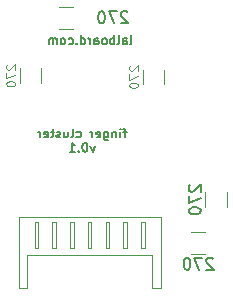
<source format=gbr>
%TF.GenerationSoftware,KiCad,Pcbnew,(6.0.7)*%
%TF.CreationDate,2022-08-28T13:45:58-07:00*%
%TF.ProjectId,cluster,636c7573-7465-4722-9e6b-696361645f70,rev?*%
%TF.SameCoordinates,Original*%
%TF.FileFunction,Legend,Bot*%
%TF.FilePolarity,Positive*%
%FSLAX46Y46*%
G04 Gerber Fmt 4.6, Leading zero omitted, Abs format (unit mm)*
G04 Created by KiCad (PCBNEW (6.0.7)) date 2022-08-28 13:45:58*
%MOMM*%
%LPD*%
G01*
G04 APERTURE LIST*
%ADD10C,0.150000*%
%ADD11C,0.125000*%
%ADD12C,0.120000*%
G04 APERTURE END LIST*
D10*
X165567857Y-79535535D02*
X165282142Y-79535535D01*
X165460714Y-80035535D02*
X165460714Y-79392678D01*
X165425000Y-79321250D01*
X165353571Y-79285535D01*
X165282142Y-79285535D01*
X165032142Y-80035535D02*
X165032142Y-79535535D01*
X165032142Y-79285535D02*
X165067857Y-79321250D01*
X165032142Y-79356964D01*
X164996428Y-79321250D01*
X165032142Y-79285535D01*
X165032142Y-79356964D01*
X164675000Y-79535535D02*
X164675000Y-80035535D01*
X164675000Y-79606964D02*
X164639285Y-79571250D01*
X164567857Y-79535535D01*
X164460714Y-79535535D01*
X164389285Y-79571250D01*
X164353571Y-79642678D01*
X164353571Y-80035535D01*
X163675000Y-79535535D02*
X163675000Y-80142678D01*
X163710714Y-80214107D01*
X163746428Y-80249821D01*
X163817857Y-80285535D01*
X163925000Y-80285535D01*
X163996428Y-80249821D01*
X163675000Y-79999821D02*
X163746428Y-80035535D01*
X163889285Y-80035535D01*
X163960714Y-79999821D01*
X163996428Y-79964107D01*
X164032142Y-79892678D01*
X164032142Y-79678392D01*
X163996428Y-79606964D01*
X163960714Y-79571250D01*
X163889285Y-79535535D01*
X163746428Y-79535535D01*
X163675000Y-79571250D01*
X163032142Y-79999821D02*
X163103571Y-80035535D01*
X163246428Y-80035535D01*
X163317857Y-79999821D01*
X163353571Y-79928392D01*
X163353571Y-79642678D01*
X163317857Y-79571250D01*
X163246428Y-79535535D01*
X163103571Y-79535535D01*
X163032142Y-79571250D01*
X162996428Y-79642678D01*
X162996428Y-79714107D01*
X163353571Y-79785535D01*
X162675000Y-80035535D02*
X162675000Y-79535535D01*
X162675000Y-79678392D02*
X162639285Y-79606964D01*
X162603571Y-79571250D01*
X162532142Y-79535535D01*
X162460714Y-79535535D01*
X161317857Y-79999821D02*
X161389285Y-80035535D01*
X161532142Y-80035535D01*
X161603571Y-79999821D01*
X161639285Y-79964107D01*
X161675000Y-79892678D01*
X161675000Y-79678392D01*
X161639285Y-79606964D01*
X161603571Y-79571250D01*
X161532142Y-79535535D01*
X161389285Y-79535535D01*
X161317857Y-79571250D01*
X160889285Y-80035535D02*
X160960714Y-79999821D01*
X160996428Y-79928392D01*
X160996428Y-79285535D01*
X160282142Y-79535535D02*
X160282142Y-80035535D01*
X160603571Y-79535535D02*
X160603571Y-79928392D01*
X160567857Y-79999821D01*
X160496428Y-80035535D01*
X160389285Y-80035535D01*
X160317857Y-79999821D01*
X160282142Y-79964107D01*
X159960714Y-79999821D02*
X159889285Y-80035535D01*
X159746428Y-80035535D01*
X159675000Y-79999821D01*
X159639285Y-79928392D01*
X159639285Y-79892678D01*
X159675000Y-79821250D01*
X159746428Y-79785535D01*
X159853571Y-79785535D01*
X159925000Y-79749821D01*
X159960714Y-79678392D01*
X159960714Y-79642678D01*
X159925000Y-79571250D01*
X159853571Y-79535535D01*
X159746428Y-79535535D01*
X159675000Y-79571250D01*
X159425000Y-79535535D02*
X159139285Y-79535535D01*
X159317857Y-79285535D02*
X159317857Y-79928392D01*
X159282142Y-79999821D01*
X159210714Y-80035535D01*
X159139285Y-80035535D01*
X158603571Y-79999821D02*
X158675000Y-80035535D01*
X158817857Y-80035535D01*
X158889285Y-79999821D01*
X158925000Y-79928392D01*
X158925000Y-79642678D01*
X158889285Y-79571250D01*
X158817857Y-79535535D01*
X158675000Y-79535535D01*
X158603571Y-79571250D01*
X158567857Y-79642678D01*
X158567857Y-79714107D01*
X158925000Y-79785535D01*
X158246428Y-80035535D02*
X158246428Y-79535535D01*
X158246428Y-79678392D02*
X158210714Y-79606964D01*
X158175000Y-79571250D01*
X158103571Y-79535535D01*
X158032142Y-79535535D01*
X162871428Y-80743035D02*
X162692857Y-81243035D01*
X162514285Y-80743035D01*
X162085714Y-80493035D02*
X162014285Y-80493035D01*
X161942857Y-80528750D01*
X161907142Y-80564464D01*
X161871428Y-80635892D01*
X161835714Y-80778750D01*
X161835714Y-80957321D01*
X161871428Y-81100178D01*
X161907142Y-81171607D01*
X161942857Y-81207321D01*
X162014285Y-81243035D01*
X162085714Y-81243035D01*
X162157142Y-81207321D01*
X162192857Y-81171607D01*
X162228571Y-81100178D01*
X162264285Y-80957321D01*
X162264285Y-80778750D01*
X162228571Y-80635892D01*
X162192857Y-80564464D01*
X162157142Y-80528750D01*
X162085714Y-80493035D01*
X161514285Y-81171607D02*
X161478571Y-81207321D01*
X161514285Y-81243035D01*
X161550000Y-81207321D01*
X161514285Y-81171607D01*
X161514285Y-81243035D01*
X160764285Y-81243035D02*
X161192857Y-81243035D01*
X160978571Y-81243035D02*
X160978571Y-80493035D01*
X161050000Y-80600178D01*
X161121428Y-80671607D01*
X161192857Y-80707321D01*
X165875000Y-72139285D02*
X165946428Y-72103571D01*
X165982142Y-72032142D01*
X165982142Y-71389285D01*
X165267857Y-72139285D02*
X165267857Y-71746428D01*
X165303571Y-71675000D01*
X165375000Y-71639285D01*
X165517857Y-71639285D01*
X165589285Y-71675000D01*
X165267857Y-72103571D02*
X165339285Y-72139285D01*
X165517857Y-72139285D01*
X165589285Y-72103571D01*
X165625000Y-72032142D01*
X165625000Y-71960714D01*
X165589285Y-71889285D01*
X165517857Y-71853571D01*
X165339285Y-71853571D01*
X165267857Y-71817857D01*
X164803571Y-72139285D02*
X164875000Y-72103571D01*
X164910714Y-72032142D01*
X164910714Y-71389285D01*
X164517857Y-72139285D02*
X164517857Y-71389285D01*
X164517857Y-71675000D02*
X164446428Y-71639285D01*
X164303571Y-71639285D01*
X164232142Y-71675000D01*
X164196428Y-71710714D01*
X164160714Y-71782142D01*
X164160714Y-71996428D01*
X164196428Y-72067857D01*
X164232142Y-72103571D01*
X164303571Y-72139285D01*
X164446428Y-72139285D01*
X164517857Y-72103571D01*
X163732142Y-72139285D02*
X163803571Y-72103571D01*
X163839285Y-72067857D01*
X163875000Y-71996428D01*
X163875000Y-71782142D01*
X163839285Y-71710714D01*
X163803571Y-71675000D01*
X163732142Y-71639285D01*
X163625000Y-71639285D01*
X163553571Y-71675000D01*
X163517857Y-71710714D01*
X163482142Y-71782142D01*
X163482142Y-71996428D01*
X163517857Y-72067857D01*
X163553571Y-72103571D01*
X163625000Y-72139285D01*
X163732142Y-72139285D01*
X162839285Y-72139285D02*
X162839285Y-71746428D01*
X162875000Y-71675000D01*
X162946428Y-71639285D01*
X163089285Y-71639285D01*
X163160714Y-71675000D01*
X162839285Y-72103571D02*
X162910714Y-72139285D01*
X163089285Y-72139285D01*
X163160714Y-72103571D01*
X163196428Y-72032142D01*
X163196428Y-71960714D01*
X163160714Y-71889285D01*
X163089285Y-71853571D01*
X162910714Y-71853571D01*
X162839285Y-71817857D01*
X162482142Y-72139285D02*
X162482142Y-71639285D01*
X162482142Y-71782142D02*
X162446428Y-71710714D01*
X162410714Y-71675000D01*
X162339285Y-71639285D01*
X162267857Y-71639285D01*
X161696428Y-72139285D02*
X161696428Y-71389285D01*
X161696428Y-72103571D02*
X161767857Y-72139285D01*
X161910714Y-72139285D01*
X161982142Y-72103571D01*
X162017857Y-72067857D01*
X162053571Y-71996428D01*
X162053571Y-71782142D01*
X162017857Y-71710714D01*
X161982142Y-71675000D01*
X161910714Y-71639285D01*
X161767857Y-71639285D01*
X161696428Y-71675000D01*
X161339285Y-72067857D02*
X161303571Y-72103571D01*
X161339285Y-72139285D01*
X161375000Y-72103571D01*
X161339285Y-72067857D01*
X161339285Y-72139285D01*
X160660714Y-72103571D02*
X160732142Y-72139285D01*
X160875000Y-72139285D01*
X160946428Y-72103571D01*
X160982142Y-72067857D01*
X161017857Y-71996428D01*
X161017857Y-71782142D01*
X160982142Y-71710714D01*
X160946428Y-71675000D01*
X160875000Y-71639285D01*
X160732142Y-71639285D01*
X160660714Y-71675000D01*
X160232142Y-72139285D02*
X160303571Y-72103571D01*
X160339285Y-72067857D01*
X160375000Y-71996428D01*
X160375000Y-71782142D01*
X160339285Y-71710714D01*
X160303571Y-71675000D01*
X160232142Y-71639285D01*
X160125000Y-71639285D01*
X160053571Y-71675000D01*
X160017857Y-71710714D01*
X159982142Y-71782142D01*
X159982142Y-71996428D01*
X160017857Y-72067857D01*
X160053571Y-72103571D01*
X160125000Y-72139285D01*
X160232142Y-72139285D01*
X159660714Y-72139285D02*
X159660714Y-71639285D01*
X159660714Y-71710714D02*
X159625000Y-71675000D01*
X159553571Y-71639285D01*
X159446428Y-71639285D01*
X159375000Y-71675000D01*
X159339285Y-71746428D01*
X159339285Y-72139285D01*
X159339285Y-71746428D02*
X159303571Y-71675000D01*
X159232142Y-71639285D01*
X159125000Y-71639285D01*
X159053571Y-71675000D01*
X159017857Y-71746428D01*
X159017857Y-72139285D01*
%TO.C,R4*%
X165638095Y-69447619D02*
X165590476Y-69400000D01*
X165495238Y-69352380D01*
X165257142Y-69352380D01*
X165161904Y-69400000D01*
X165114285Y-69447619D01*
X165066666Y-69542857D01*
X165066666Y-69638095D01*
X165114285Y-69780952D01*
X165685714Y-70352380D01*
X165066666Y-70352380D01*
X164733333Y-69352380D02*
X164066666Y-69352380D01*
X164495238Y-70352380D01*
X163495238Y-69352380D02*
X163400000Y-69352380D01*
X163304761Y-69400000D01*
X163257142Y-69447619D01*
X163209523Y-69542857D01*
X163161904Y-69733333D01*
X163161904Y-69971428D01*
X163209523Y-70161904D01*
X163257142Y-70257142D01*
X163304761Y-70304761D01*
X163400000Y-70352380D01*
X163495238Y-70352380D01*
X163590476Y-70304761D01*
X163638095Y-70257142D01*
X163685714Y-70161904D01*
X163733333Y-69971428D01*
X163733333Y-69733333D01*
X163685714Y-69542857D01*
X163638095Y-69447619D01*
X163590476Y-69400000D01*
X163495238Y-69352380D01*
D11*
%TO.C,R3*%
X165860714Y-73966428D02*
X165825000Y-74002142D01*
X165789285Y-74073571D01*
X165789285Y-74252142D01*
X165825000Y-74323571D01*
X165860714Y-74359285D01*
X165932142Y-74395000D01*
X166003571Y-74395000D01*
X166110714Y-74359285D01*
X166539285Y-73930714D01*
X166539285Y-74395000D01*
X165789285Y-74645000D02*
X165789285Y-75145000D01*
X166539285Y-74823571D01*
X165789285Y-75573571D02*
X165789285Y-75645000D01*
X165825000Y-75716428D01*
X165860714Y-75752142D01*
X165932142Y-75787857D01*
X166075000Y-75823571D01*
X166253571Y-75823571D01*
X166396428Y-75787857D01*
X166467857Y-75752142D01*
X166503571Y-75716428D01*
X166539285Y-75645000D01*
X166539285Y-75573571D01*
X166503571Y-75502142D01*
X166467857Y-75466428D01*
X166396428Y-75430714D01*
X166253571Y-75395000D01*
X166075000Y-75395000D01*
X165932142Y-75430714D01*
X165860714Y-75466428D01*
X165825000Y-75502142D01*
X165789285Y-75573571D01*
%TO.C,R1*%
X155460714Y-73858928D02*
X155425000Y-73894642D01*
X155389285Y-73966071D01*
X155389285Y-74144642D01*
X155425000Y-74216071D01*
X155460714Y-74251785D01*
X155532142Y-74287500D01*
X155603571Y-74287500D01*
X155710714Y-74251785D01*
X156139285Y-73823214D01*
X156139285Y-74287500D01*
X155389285Y-74537500D02*
X155389285Y-75037500D01*
X156139285Y-74716071D01*
X155389285Y-75466071D02*
X155389285Y-75537500D01*
X155425000Y-75608928D01*
X155460714Y-75644642D01*
X155532142Y-75680357D01*
X155675000Y-75716071D01*
X155853571Y-75716071D01*
X155996428Y-75680357D01*
X156067857Y-75644642D01*
X156103571Y-75608928D01*
X156139285Y-75537500D01*
X156139285Y-75466071D01*
X156103571Y-75394642D01*
X156067857Y-75358928D01*
X155996428Y-75323214D01*
X155853571Y-75287500D01*
X155675000Y-75287500D01*
X155532142Y-75323214D01*
X155460714Y-75358928D01*
X155425000Y-75394642D01*
X155389285Y-75466071D01*
D10*
%TO.C,R2*%
X172885595Y-90322619D02*
X172837976Y-90275000D01*
X172742738Y-90227380D01*
X172504642Y-90227380D01*
X172409404Y-90275000D01*
X172361785Y-90322619D01*
X172314166Y-90417857D01*
X172314166Y-90513095D01*
X172361785Y-90655952D01*
X172933214Y-91227380D01*
X172314166Y-91227380D01*
X171980833Y-90227380D02*
X171314166Y-90227380D01*
X171742738Y-91227380D01*
X170742738Y-90227380D02*
X170647500Y-90227380D01*
X170552261Y-90275000D01*
X170504642Y-90322619D01*
X170457023Y-90417857D01*
X170409404Y-90608333D01*
X170409404Y-90846428D01*
X170457023Y-91036904D01*
X170504642Y-91132142D01*
X170552261Y-91179761D01*
X170647500Y-91227380D01*
X170742738Y-91227380D01*
X170837976Y-91179761D01*
X170885595Y-91132142D01*
X170933214Y-91036904D01*
X170980833Y-90846428D01*
X170980833Y-90608333D01*
X170933214Y-90417857D01*
X170885595Y-90322619D01*
X170837976Y-90275000D01*
X170742738Y-90227380D01*
%TO.C,R5*%
X170947619Y-84054404D02*
X170900000Y-84102023D01*
X170852380Y-84197261D01*
X170852380Y-84435357D01*
X170900000Y-84530595D01*
X170947619Y-84578214D01*
X171042857Y-84625833D01*
X171138095Y-84625833D01*
X171280952Y-84578214D01*
X171852380Y-84006785D01*
X171852380Y-84625833D01*
X170852380Y-84959166D02*
X170852380Y-85625833D01*
X171852380Y-85197261D01*
X170852380Y-86197261D02*
X170852380Y-86292500D01*
X170900000Y-86387738D01*
X170947619Y-86435357D01*
X171042857Y-86482976D01*
X171233333Y-86530595D01*
X171471428Y-86530595D01*
X171661904Y-86482976D01*
X171757142Y-86435357D01*
X171804761Y-86387738D01*
X171852380Y-86292500D01*
X171852380Y-86197261D01*
X171804761Y-86102023D01*
X171757142Y-86054404D01*
X171661904Y-86006785D01*
X171471428Y-85959166D01*
X171233333Y-85959166D01*
X171042857Y-86006785D01*
X170947619Y-86054404D01*
X170900000Y-86102023D01*
X170852380Y-86197261D01*
D12*
%TO.C,R4*%
X161054564Y-70845000D02*
X159850436Y-70845000D01*
X161054564Y-69025000D02*
X159850436Y-69025000D01*
%TO.C,J1*%
X156450000Y-86800000D02*
X156450000Y-92800000D01*
X168450000Y-92800000D02*
X168450000Y-86800000D01*
X156450000Y-86800000D02*
X168450000Y-86800000D01*
X157150000Y-90000000D02*
X167750000Y-90000000D01*
X157150000Y-90000000D02*
X157150000Y-92800000D01*
X167750000Y-92800000D02*
X167750000Y-90000000D01*
X158100000Y-89400000D02*
X157800000Y-89400000D01*
X157800000Y-87200000D02*
X157800000Y-89400000D01*
X158100000Y-87200000D02*
X158100000Y-89400000D01*
X157800000Y-87200000D02*
X158100000Y-87200000D01*
X159300000Y-87200000D02*
X159300000Y-89400000D01*
X159600000Y-87200000D02*
X159600000Y-89400000D01*
X159600000Y-89400000D02*
X159300000Y-89400000D01*
X159300000Y-87200000D02*
X159600000Y-87200000D01*
X160800000Y-87200000D02*
X161100000Y-87200000D01*
X161100000Y-89400000D02*
X160800000Y-89400000D01*
X161100000Y-87200000D02*
X161100000Y-89400000D01*
X160800000Y-87200000D02*
X160800000Y-89400000D01*
X162600000Y-89400000D02*
X162300000Y-89400000D01*
X162600000Y-87200000D02*
X162600000Y-89400000D01*
X162300000Y-87200000D02*
X162300000Y-89400000D01*
X162300000Y-87200000D02*
X162600000Y-87200000D01*
X164100000Y-87200000D02*
X164100000Y-89400000D01*
X163800000Y-87200000D02*
X164100000Y-87200000D01*
X163800000Y-87200000D02*
X163800000Y-89400000D01*
X164100000Y-89400000D02*
X163800000Y-89400000D01*
X165300000Y-87200000D02*
X165300000Y-89400000D01*
X165300000Y-87200000D02*
X165600000Y-87200000D01*
X165600000Y-89400000D02*
X165300000Y-89400000D01*
X165600000Y-87200000D02*
X165600000Y-89400000D01*
X167100000Y-87200000D02*
X167100000Y-89400000D01*
X166800000Y-87200000D02*
X167100000Y-87200000D01*
X167100000Y-89400000D02*
X166800000Y-89400000D01*
X166800000Y-87200000D02*
X166800000Y-89400000D01*
X156450000Y-92800000D02*
X157150000Y-92800000D01*
X167750000Y-92800000D02*
X168450000Y-92800000D01*
%TO.C,R3*%
X166945000Y-74292936D02*
X166945000Y-75497064D01*
X168765000Y-74292936D02*
X168765000Y-75497064D01*
%TO.C,R1*%
X158359999Y-75389564D02*
X158359999Y-74185436D01*
X156539999Y-75389564D02*
X156539999Y-74185436D01*
%TO.C,R2*%
X172249564Y-89865000D02*
X171045436Y-89865000D01*
X172249564Y-88045000D02*
X171045436Y-88045000D01*
%TO.C,R5*%
X174045000Y-85894564D02*
X174045000Y-84690436D01*
X172225000Y-85894564D02*
X172225000Y-84690436D01*
%TD*%
M02*

</source>
